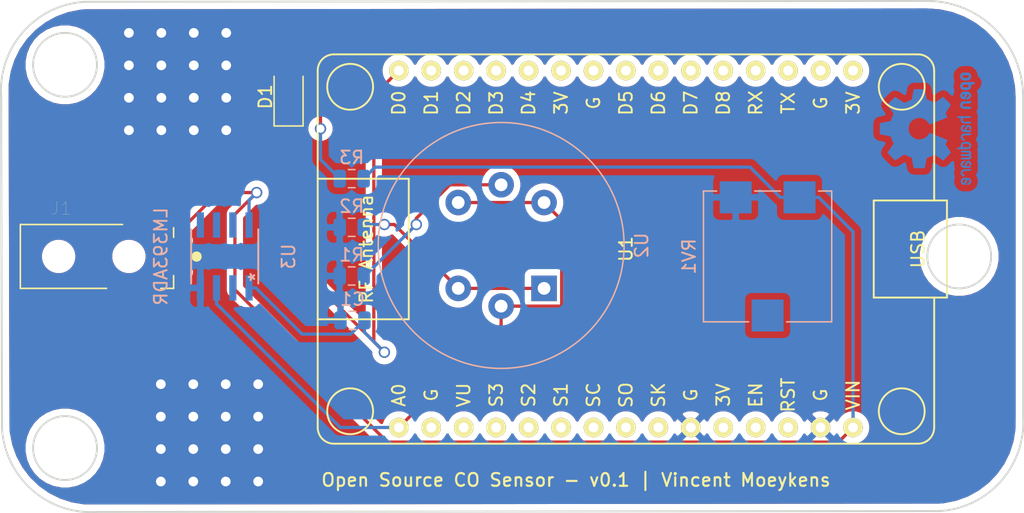
<source format=kicad_pcb>
(kicad_pcb (version 20171130) (host pcbnew 5.1.5-52549c5~86~ubuntu18.04.1)
  (title_block (title "STM32 Value Line Discovery - Shiled board") (rev 1.0))
  (layers (0 F.Cu signal) (31 B.Cu signal) (34 B.Paste user) (35 F.Paste user) (36 B.SilkS user) (37 F.SilkS user) (38 B.Mask user) (39 F.Mask user) (44 Edge.Cuts user))
  (net 0 "")
  (net 1 "Net-(U1-Pad29)")
  (net 2 "Net-(U1-Pad28)")
  (net 3 "Net-(U1-Pad27)")
  (net 4 "Net-(U1-Pad26)")
  (net 5 "Net-(U1-Pad25)")
  (net 6 "Net-(U1-Pad24)")
  (net 7 "Net-(U1-Pad23)")
  (net 8 "Net-(U1-Pad22)")
  (net 9 "Net-(U1-Pad21)")
  (net 10 "Net-(U1-Pad20)")
  (net 11 "Net-(U1-Pad19)")
  (net 12 "Net-(U1-Pad18)")
  (net 13 "Net-(U1-Pad17)")
  (net 14 "Net-(U1-Pad16)")
  (net 15 "Net-(U1-Pad13)")
  (net 16 "Net-(U1-Pad12)")
  (net 17 "Net-(U1-Pad11)")
  (net 18 "Net-(U1-Pad9)")
  (net 19 "Net-(U1-Pad8)")
  (net 20 "Net-(U1-Pad7)")
  (net 21 "Net-(U1-Pad6)")
  (net 22 "Net-(U1-Pad5)")
  (net 23 "Net-(U1-Pad4)")
  (net 24 "Net-(U1-Pad3)")
  (net 25 "Net-(U1-Pad2)")
  (net 26 VCC)
  (net 27 GND)
  (net 28 AOUT)
  (net 29 "Net-(R2-Pad1)")
  (net 30 "Net-(R1-Pad1)")
  (net 31 "Net-(RV1-Pad2)")
  (net 32 "Net-(D1-Pad2)")
  (net 33 COMPOUT)
  (net 34 "Net-(U3-Pad7)")
  (net 35 "Net-(U3-Pad6)")
  (net 36 "Net-(U3-Pad5)")
  (net 37 "Net-(J1-Pad3)")
  (module PJ1-022-SMT:CUI_PJ1-022-SMT-TR (layer F.Cu) (at 127.5 122.5)
    (fp_text reference J1 (at -2.807305 -3.768105) (layer F.SilkS) (effects (font (size 1.000827 1.000827) (thickness 0.015))))
    (fp_text value PJ1-022-SMT-TR)
    (pad None np_thru_hole circle (at -3 0) (size 1.6 1.6) (drill 1.6) (layers *.Cu *.Mask))
    (pad None np_thru_hole circle (at 2.5 0) (size 1.6 1.6) (drill 1.6) (layers *.Cu *.Mask))
    (pad 2 smd rect (at 3 3.65) (size 3.5 2.3) (layers F.Cu F.Paste F.Mask) (net 27 GND))
    (pad 3 smd rect (at 4 -3.65) (size 3.5 2.3) (layers F.Cu F.Paste F.Mask) (net 37 "Net-(J1-Pad3)"))
    (pad 1 smd rect (at 6 0) (size 2 2.5) (layers F.Cu F.Paste F.Mask) (net 26 VCC))
  )
  (module Symbol:OSHW-Logo2_9.8x8mm_Copper (layer B.Cu) (at 192.5 112.5 270)
    (fp_text reference REF** hide)
    (fp_text value OSHW-Logo2_9.8x8mm_Copper hide)
    (fp_poly (pts (xy 0.139878 3.712224) (xy 0.245612 3.711645) (xy 0.322132 3.710078) (xy 0.374372 3.707028) (xy 0.407263 3.702004) (xy 0.425737 3.694511) (xy 0.434727 3.684056) (xy 0.439163 3.670147) (xy 0.439594 3.668346) (xy 0.446333 3.635855) (xy 0.458808 3.571748) (xy 0.475719 3.482849) (xy 0.495771 3.375981) (xy 0.517664 3.257967) (xy 0.518429 3.253822) (xy 0.540359 3.138169) (xy 0.560877 3.035986) (xy 0.578659 2.953402) (xy 0.592381 2.896544) (xy 0.600718 2.871542) (xy 0.601116 2.871099) (xy 0.625677 2.85889) (xy 0.676315 2.838544) (xy 0.742095 2.814455) (xy 0.742461 2.814326) (xy 0.825317 2.783182) (xy 0.923 2.743509) (xy 1.015077 2.703619) (xy 1.019434 2.701647) (xy 1.169407 2.63358) (xy 1.501498 2.860361) (xy 1.603374 2.929496) (xy 1.695657 2.991303) (xy 1.773003 3.042267) (xy 1.830064 3.078873) (xy 1.861495 3.097606) (xy 1.864479 3.098996) (xy 1.887321 3.09281) (xy 1.929982 3.062965) (xy 1.994128 3.008053) (xy 2.081421 2.926666) (xy 2.170535 2.840078) (xy 2.256441 2.754753) (xy 2.333327 2.676892) (xy 2.396564 2.611303) (xy 2.441523 2.562795) (xy 2.463576 2.536175) (xy 2.464396 2.534805) (xy 2.466834 2.516537) (xy 2.45765 2.486705) (xy 2.434574 2.441279) (xy 2.395337 2.37623) (xy 2.33767 2.28753) (xy 2.260795 2.173343) (xy 2.19257 2.072838) (xy 2.131582 1.982697) (xy 2.081356 1.908151) (xy 2.045416 1.854435) (xy 2.027287 1.826782) (xy 2.026146 1.824905) (xy 2.028359 1.79841) (xy 2.045138 1.746914) (xy 2.073142 1.680149) (xy 2.083122 1.658828) (xy 2.126672 1.563841) (xy 2.173134 1.456063) (xy 2.210877 1.362808) (xy 2.238073 1.293594) (xy 2.259675 1.240994) (xy 2.272158 1.213503) (xy 2.273709 1.211384) (xy 2.296668 1.207876) (xy 2.350786 1.198262) (xy 2.428868 1.183911) (xy 2.523719 1.166193) (xy 2.628143 1.146475) (xy 2.734944 1.126126) (xy 2.836926 1.106514) (xy 2.926894 1.089009) (xy 2.997653 1.074978) (xy 3.042006 1.065791) (xy 3.052885 1.063193) (xy 3.064122 1.056782) (xy 3.072605 1.042303) (xy 3.078714 1.014867) (xy 3.082832 0.969589) (xy 3.085341 0.90158) (xy 3.086621 0.805953) (xy 3.087054 0.67782) (xy 3.087077 0.625299) (xy 3.087077 0.198155) (xy 2.9845 0.177909) (xy 2.927431 0.16693) (xy 2.842269 0.150905) (xy 2.739372 0.131767) (xy 2.629096 0.111449) (xy 2.598615 0.105868) (xy 2.496855 0.086083) (xy 2.408205 0.066627) (xy 2.340108 0.049303) (xy 2.300004 0.035912) (xy 2.293323 0.031921) (xy 2.276919 0.003658) (xy 2.253399 -0.051109) (xy 2.227316 -0.121588) (xy 2.222142 -0.136769) (xy 2.187956 -0.230896) (xy 2.145523 -0.337101) (xy 2.103997 -0.432473) (xy 2.103792 -0.432916) (xy 2.03464 -0.582525) (xy 2.489512 -1.251617) (xy 2.1975 -1.544116) (xy 2.10918 -1.63117) (xy 2.028625 -1.707909) (xy 1.96036 -1.770237) (xy 1.908908 -1.814056) (xy 1.878794 -1.83527) (xy 1.874474 -1.836616) (xy 1.849111 -1.826016) (xy 1.797358 -1.796547) (xy 1.724868 -1.751705) (xy 1.637294 -1.694984) (xy 1.542612 -1.631462) (xy 1.446516 -1.566668) (xy 1.360837 -1.510287) (xy 1.291016 -1.465788) (xy 1.242494 -1.436639) (xy 1.220782 -1.426308) (xy 1.194293 -1.43505) (xy 1.144062 -1.458087) (xy 1.080451 -1.490631) (xy 1.073708 -1.494249) (xy 0.988046 -1.53721) (xy 0.929306 -1.558279) (xy 0.892772 -1.558503) (xy 0.873731 -1.538928) (xy 0.87362 -1.538654) (xy 0.864102 -1.515472) (xy 0.841403 -1.460441) (xy 0.807282 -1.377822) (xy 0.7635 -1.271872) (xy 0.711816 -1.146852) (xy 0.653992 -1.00702) (xy 0.597991 -0.871637) (xy 0.536447 -0.722234) (xy 0.479939 -0.583832) (xy 0.430161 -0.460673) (xy 0.388806 -0.357002) (xy 0.357568 -0.277059) (xy 0.338141 -0.225088) (xy 0.332154 -0.205692) (xy 0.347168 -0.183443) (xy 0.386439 -0.147982) (xy 0.438807 -0.108887) (xy 0.587941 0.014755) (xy 0.704511 0.156478) (xy 0.787118 0.313296) (xy 0.834366 0.482225) (xy 0.844857 0.660278) (xy 0.837231 0.742461) (xy 0.795682 0.912969) (xy 0.724123 1.063541) (xy 0.626995 1.192691) (xy 0.508734 1.298936) (xy 0.37378 1.38079) (xy 0.226571 1.436768) (xy 0.071544 1.465385) (xy -0.086861 1.465156) (xy -0.244206 1.434595) (xy -0.396054 1.372218) (xy -0.537965 1.27654) (xy -0.597197 1.222428) (xy -0.710797 1.08348) (xy -0.789894 0.931639) (xy -0.835014 0.771333) (xy -0.846684 0.606988) (xy -0.825431 0.443029) (xy -0.77178 0.283882) (xy -0.68626 0.133975) (xy -0.569395 -0.002267) (xy -0.438807 -0.108887) (xy -0.384412 -0.149642) (xy -0.345986 -0.184718) (xy -0.332154 -0.205726) (xy -0.339397 -0.228635) (xy -0.359995 -0.283365) (xy -0.392254 -0.365672) (xy -0.434479 -0.471315) (xy -0.484977 -0.59605) (xy -0.542052 -0.735636) (xy -0.598146 -0.87167) (xy -0.660033 -1.021201) (xy -0.717356 -1.159767) (xy -0.768356 -1.283107) (xy -0.811273 -1.386964) (xy -0.844347 -1.46708) (xy -0.865819 -1.519195) (xy -0.873775 -1.538654) (xy -0.892571 -1.558423) (xy -0.928926 -1.558365) (xy -0.987521 -1.537441) (xy -1.073032 -1.494613) (xy -1.073708 -1.494249) (xy -1.138093 -1.461012) (xy -1.190139 -1.436802) (xy -1.219488 -1.426404) (xy -1.220783 -1.426308) (xy -1.242876 -1.436855) (xy -1.291652 -1.466184) (xy -1.361669 -1.510827) (xy -1.447486 -1.567314) (xy -1.542612 -1.631462) (xy -1.63946 -1.696411) (xy -1.726747 -1.752896) (xy -1.798819 -1.797421) (xy -1.850023 -1.82649) (xy -1.874474 -1.836616) (xy -1.89699 -1.823307) (xy -1.942258 -1.786112) (xy -2.005756 -1.729128) (xy -2.082961 -1.656449) (xy -2.169349 -1.572171) (xy -2.197601 -1.544016) (xy -2.489713 -1.251416) (xy -2.267369 -0.925104) (xy -2.199798 -0.824897) (xy -2.140493 -0.734963) (xy -2.092783 -0.66051) (xy -2.059993 -0.606751) (xy -2.045452 -0.578894) (xy -2.045026 -0.576912) (xy -2.052692 -0.550655) (xy -2.073311 -0.497837) (xy -2.103315 -0.42731) (xy -2.124375 -0.380093) (xy -2.163752 -0.289694) (xy -2.200835 -0.198366) (xy -2.229585 -0.1212) (xy -2.237395 -0.097692) (xy -2.259583 -0.034916) (xy -2.281273 0.013589) (xy -2.293187 0.031921) (xy -2.319477 0.043141) (xy -2.376858 0.059046) (xy -2.457882 0.077833) (xy -2.555105 0.097701) (xy -2.598615 0.105868) (xy -2.709104 0.126171) (xy -2.815084 0.14583) (xy -2.906199 0.162912) (xy -2.972092 0.175482) (xy -2.9845 0.177909) (xy -3.087077 0.198155) (xy -3.087077 0.625299) (xy -3.086847 0.765754) (xy -3.085901 0.872021) (xy -3.083859 0.948987) (xy -3.080338 1.00154) (xy -3.074957 1.034567) (xy -3.067334 1.052955) (xy -3.057088 1.061592) (xy -3.052885 1.063193) (xy -3.02753 1.068873) (xy -2.971516 1.080205) (xy -2.892036 1.095821) (xy -2.796288 1.114353) (xy -2.691467 1.134431) (xy -2.584768 1.154688) (xy -2.483387 1.173754) (xy -2.394521 1.190261) (xy -2.325363 1.202841) (xy -2.283111 1.210125) (xy -2.27371 1.211384) (xy -2.265193 1.228237) (xy -2.24634 1.27313) (xy -2.220676 1.33757) (xy -2.210877 1.362808) (xy -2.171352 1.460314) (xy -2.124808 1.568041) (xy -2.083123 1.658828) (xy -2.05245 1.728247) (xy -2.032044 1.78529) (xy -2.025232 1.820223) (xy -2.026318 1.824905) (xy -2.040715 1.847009) (xy -2.073588 1.896169) (xy -2.12141 1.967152) (xy -2.180652 2.054722) (xy -2.247785 2.153643) (xy -2.261059 2.17317) (xy -2.338954 2.28886) (xy -2.396213 2.376956) (xy -2.435119 2.441514) (xy -2.457956 2.486589) (xy -2.467006 2.516237) (xy -2.464552 2.534515) (xy -2.464489 2.534631) (xy -2.445173 2.558639) (xy -2.402449 2.605053) (xy -2.340949 2.669063) (xy -2.265302 2.745855) (xy -2.180139 2.830618) (xy -2.170535 2.840078) (xy -2.06321 2.944011) (xy -1.980385 3.020325) (xy -1.920395 3.070429) (xy -1.881577 3.09573) (xy -1.86448 3.098996) (xy -1.839527 3.08475) (xy -1.787745 3.051844) (xy -1.71448 3.003792) (xy -1.62508 2.94411) (xy -1.524889 2.876312) (xy -1.501499 2.860361) (xy -1.169407 2.63358) (xy -1.019435 2.701647) (xy -0.92823 2.741315) (xy -0.830331 2.781209) (xy -0.746169 2.813017) (xy -0.742462 2.814326) (xy -0.676631 2.838424) (xy -0.625884 2.8588) (xy -0.601158 2.871064) (xy -0.601116 2.871099) (xy -0.593271 2.893266) (xy -0.579934 2.947783) (xy -0.56243 3.02852) (xy -0.542083 3.12935) (xy -0.520218 3.244144) (xy -0.518429 3.253822) (xy -0.496496 3.372096) (xy -0.47636 3.479458) (xy -0.45932 3.569083) (xy -0.446672 3.634149) (xy -0.439716 3.667832) (xy -0.439594 3.668346) (xy -0.435361 3.682675) (xy -0.427129 3.693493) (xy -0.409967 3.701294) (xy -0.378942 3.706571) (xy -0.329122 3.709818) (xy -0.255576 3.711528) (xy -0.153371 3.712193) (xy -0.017575 3.712307) (xy 0 3.712308) (xy 0.139878 3.712224)) (layer B.Cu) (width 0.01))
    (fp_poly (pts (xy 4.245224 -2.647838) (xy 4.322528 -2.698361) (xy 4.359814 -2.74359) (xy 4.389353 -2.825663) (xy 4.391699 -2.890607) (xy 4.386385 -2.977445) (xy 4.186115 -3.065103) (xy 4.088739 -3.109887) (xy 4.025113 -3.145913) (xy 3.992029 -3.177117) (xy 3.98628 -3.207436) (xy 4.004658 -3.240805) (xy 4.024923 -3.262923) (xy 4.083889 -3.298393) (xy 4.148024 -3.300879) (xy 4.206926 -3.273235) (xy 4.250197 -3.21832) (xy 4.257936 -3.198928) (xy 4.295006 -3.138364) (xy 4.337654 -3.112552) (xy 4.396154 -3.090471) (xy 4.396154 -3.174184) (xy 4.390982 -3.23115) (xy 4.370723 -3.279189) (xy 4.328262 -3.334346) (xy 4.321951 -3.341514) (xy 4.27472 -3.390585) (xy 4.234121 -3.41692) (xy 4.183328 -3.429035) (xy 4.14122 -3.433003) (xy 4.065902 -3.433991) (xy 4.012286 -3.421466) (xy 3.978838 -3.402869) (xy 3.926268 -3.361975) (xy 3.889879 -3.317748) (xy 3.86685 -3.262126) (xy 3.854359 -3.187047) (xy 3.849587 -3.084449) (xy 3.849206 -3.032376) (xy 3.850501 -2.969948) (xy 3.968471 -2.969948) (xy 3.969839 -3.003438) (xy 3.973249 -3.008923) (xy 3.995753 -3.001472) (xy 4.044182 -2.981753) (xy 4.108908 -2.953718) (xy 4.122443 -2.947692) (xy 4.204244 -2.906096) (xy 4.249312 -2.869538) (xy 4.259217 -2.835296) (xy 4.235526 -2.800648) (xy 4.21596 -2.785339) (xy 4.14536 -2.754721) (xy 4.07928 -2.75978) (xy 4.023959 -2.797151) (xy 3.985636 -2.863473) (xy 3.973349 -2.916116) (xy 3.968471 -2.969948) (xy 3.850501 -2.969948) (xy 3.85173 -2.91072) (xy 3.861032 -2.82071) (xy 3.87946 -2.755167) (xy 3.90936 -2.706912) (xy 3.95308 -2.668767) (xy 3.972141 -2.65644) (xy 4.058726 -2.624336) (xy 4.153522 -2.622316) (xy 4.245224 -2.647838)) (layer B.Cu) (width 0.01))
    (fp_poly (pts (xy 3.570807 -2.636782) (xy 3.594161 -2.646988) (xy 3.649902 -2.691134) (xy 3.697569 -2.754967) (xy 3.727048 -2.823087) (xy 3.731846 -2.85667) (xy 3.71576 -2.903556) (xy 3.680475 -2.928365) (xy 3.642644 -2.943387) (xy 3.625321 -2.946155) (xy 3.616886 -2.926066) (xy 3.60023 -2.882351) (xy 3.592923 -2.862598) (xy 3.551948 -2.794271) (xy 3.492622 -2.760191) (xy 3.416552 -2.761239) (xy 3.410918 -2.762581) (xy 3.370305 -2.781836) (xy 3.340448 -2.819375) (xy 3.320055 -2.879809) (xy 3.307836 -2.967751) (xy 3.3025 -3.087813) (xy 3.302 -3.151698) (xy 3.301752 -3.252403) (xy 3.300126 -3.321054) (xy 3.295801 -3.364673) (xy 3.287454 -3.390282) (xy 3.273765 -3.404903) (xy 3.253411 -3.415558) (xy 3.252234 -3.416095) (xy 3.213038 -3.432667) (xy 3.193619 -3.438769) (xy 3.190635 -3.420319) (xy 3.188081 -3.369323) (xy 3.18614 -3.292308) (xy 3.184997 -3.195805) (xy 3.184769 -3.125184) (xy 3.185932 -2.988525) (xy 3.190479 -2.884851) (xy 3.199999 -2.808108) (xy 3.216081 -2.752246) (xy 3.240313 -2.711212) (xy 3.274286 -2.678954) (xy 3.307833 -2.65644) (xy 3.388499 -2.626476) (xy 3.482381 -2.619718) (xy 3.570807 -2.636782)) (layer B.Cu) (width 0.01))
    (fp_poly (pts (xy 2.887333 -2.633528) (xy 2.94359 -2.659117) (xy 2.987747 -2.690124) (xy 3.020101 -2.724795) (xy 3.042438 -2.76952) (xy 3.056546 -2.830692) (xy 3.064211 -2.914701) (xy 3.06722 -3.02794) (xy 3.067538 -3.102509) (xy 3.067538 -3.39342) (xy 3.017773 -3.416095) (xy 2.978576 -3.432667) (xy 2.959157 -3.438769) (xy 2.955442 -3.42061) (xy 2.952495 -3.371648) (xy 2.950691 -3.300153) (xy 2.950308 -3.243385) (xy 2.948661 -3.161371) (xy 2.944222 -3.096309) (xy 2.93774 -3.056467) (xy 2.93259 -3.048) (xy 2.897977 -3.056646) (xy 2.84364 -3.078823) (xy 2.780722 -3.108886) (xy 2.720368 -3.141192) (xy 2.673721 -3.170098) (xy 2.651926 -3.189961) (xy 2.651839 -3.190175) (xy 2.653714 -3.226935) (xy 2.670525 -3.262026) (xy 2.700039 -3.290528) (xy 2.743116 -3.300061) (xy 2.779932 -3.29895) (xy 2.832074 -3.298133) (xy 2.859444 -3.310349) (xy 2.875882 -3.342624) (xy 2.877955 -3.34871) (xy 2.885081 -3.394739) (xy 2.866024 -3.422687) (xy 2.816353 -3.436007) (xy 2.762697 -3.43847) (xy 2.666142 -3.42021) (xy 2.616159 -3.394131) (xy 2.554429 -3.332868) (xy 2.52169 -3.25767) (xy 2.518753 -3.178211) (xy 2.546424 -3.104167) (xy 2.588047 -3.057769) (xy 2.629604 -3.031793) (xy 2.694922 -2.998907) (xy 2.771038 -2.965557) (xy 2.783726 -2.960461) (xy 2.867333 -2.923565) (xy 2.91553 -2.891046) (xy 2.93103 -2.858718) (xy 2.91655 -2.822394) (xy 2.891692 -2.794) (xy 2.832939 -2.759039) (xy 2.768293 -2.756417) (xy 2.709008 -2.783358) (xy 2.666339 -2.837088) (xy 2.660739 -2.85095) (xy 2.628133 -2.901936) (xy 2.58053 -2.939787) (xy 2.520461 -2.97085) (xy 2.520461 -2.882768) (xy 2.523997 -2.828951) (xy 2.539156 -2.786534) (xy 2.572768 -2.741279) (xy 2.605035 -2.70642) (xy 2.655209 -2.657062) (xy 2.694193 -2.630547) (xy 2.736064 -2.619911) (xy 2.78346 -2.618154) (xy 2.887333 -2.633528)) (layer B.Cu) (width 0.01))
    (fp_poly (pts (xy 2.395929 -2.636662) (xy 2.398911 -2.688068) (xy 2.401247 -2.766192) (xy 2.402749 -2.864857) (xy 2.403231 -2.968343) (xy 2.403231 -3.318533) (xy 2.341401 -3.380363) (xy 2.298793 -3.418462) (xy 2.26139 -3.433895) (xy 2.21027 -3.432918) (xy 2.189978 -3.430433) (xy 2.126554 -3.4232) (xy 2.074095 -3.419055) (xy 2.061308 -3.418672) (xy 2.018199 -3.421176) (xy 1.956544 -3.427462) (xy 1.932638 -3.430433) (xy 1.873922 -3.435028) (xy 1.834464 -3.425046) (xy 1.795338 -3.394228) (xy 1.781215 -3.380363) (xy 1.719385 -3.318533) (xy 1.719385 -2.663503) (xy 1.76915 -2.640829) (xy 1.812002 -2.624034) (xy 1.837073 -2.618154) (xy 1.843501 -2.636736) (xy 1.849509 -2.688655) (xy 1.854697 -2.768172) (xy 1.858664 -2.869546) (xy 1.860577 -2.955192) (xy 1.865923 -3.292231) (xy 1.91256 -3.298825) (xy 1.954976 -3.294214) (xy 1.97576 -3.279287) (xy 1.98157 -3.251377) (xy 1.98653 -3.191925) (xy 1.990246 -3.108466) (xy 1.992324 -3.008532) (xy 1.992624 -2.957104) (xy 1.992923 -2.661054) (xy 2.054454 -2.639604) (xy 2.098004 -2.62502) (xy 2.121694 -2.618219) (xy 2.122377 -2.618154) (xy 2.124754 -2.636642) (xy 2.127366 -2.687906) (xy 2.129995 -2.765649) (xy 2.132421 -2.863574) (xy 2.134115 -2.955192) (xy 2.139461 -3.292231) (xy 2.256692 -3.292231) (xy 2.262072 -2.984746) (xy 2.267451 -2.677261) (xy 2.324601 -2.647707) (xy 2.366797 -2.627413) (xy 2.39177 -2.618204) (xy 2.392491 -2.618154) (xy 2.395929 -2.636662)) (layer B.Cu) (width 0.01))
    (fp_poly (pts (xy 1.602081 -2.780289) (xy 1.601833 -2.92632) (xy 1.600872 -3.038655) (xy 1.598794 -3.122678) (xy 1.595193 -3.183769) (xy 1.589665 -3.227309) (xy 1.581804 -3.258679) (xy 1.571207 -3.283262) (xy 1.563182 -3.297294) (xy 1.496728 -3.373388) (xy 1.41247 -3.421084) (xy 1.319249 -3.438199) (xy 1.2259 -3.422546) (xy 1.170312 -3.394418) (xy 1.111957 -3.34576) (xy 1.072186 -3.286333) (xy 1.04819 -3.208507) (xy 1.037161 -3.104652) (xy 1.035599 -3.028462) (xy 1.035809 -3.022986) (xy 1.172308 -3.022986) (xy 1.173141 -3.110355) (xy 1.176961 -3.168192) (xy 1.185746 -3.206029) (xy 1.201474 -3.233398) (xy 1.220266 -3.254042) (xy 1.283375 -3.29389) (xy 1.351137 -3.297295) (xy 1.415179 -3.264025) (xy 1.420164 -3.259517) (xy 1.441439 -3.236067) (xy 1.454779 -3.208166) (xy 1.462001 -3.166641) (xy 1.464923 -3.102316) (xy 1.465385 -3.0312) (xy 1.464383 -2.941858) (xy 1.460238 -2.882258) (xy 1.451236 -2.843089) (xy 1.435667 -2.81504) (xy 1.422902 -2.800144) (xy 1.3636 -2.762575) (xy 1.295301 -2.758057) (xy 1.23011 -2.786753) (xy 1.217528 -2.797406) (xy 1.196111 -2.821063) (xy 1.182744 -2.849251) (xy 1.175566 -2.891245) (xy 1.172719 -2.956319) (xy 1.172308 -3.022986) (xy 1.035809 -3.022986) (xy 1.040322 -2.905765) (xy 1.056362 -2.813577) (xy 1.086528 -2.744269) (xy 1.133629 -2.690211) (xy 1.170312 -2.662505) (xy 1.23699 -2.632572) (xy 1.314272 -2.618678) (xy 1.38611 -2.622397) (xy 1.426308 -2.6374) (xy 1.442082 -2.64167) (xy 1.45255 -2.62575) (xy 1.459856 -2.583089) (xy 1.465385 -2.518106) (xy 1.471437 -2.445732) (xy 1.479844 -2.402187) (xy 1.495141 -2.377287) (xy 1.521864 -2.360845) (xy 1.538654 -2.353564) (xy 1.602154 -2.326963) (xy 1.602081 -2.780289)) (layer B.Cu) (width 0.01))
    (fp_poly (pts (xy 0.713362 -2.62467) (xy 0.802117 -2.657421) (xy 0.874022 -2.71535) (xy 0.902144 -2.756128) (xy 0.932802 -2.830954) (xy 0.932165 -2.885058) (xy 0.899987 -2.921446) (xy 0.888081 -2.927633) (xy 0.836675 -2.946925) (xy 0.810422 -2.941982) (xy 0.80153 -2.909587) (xy 0.801077 -2.891692) (xy 0.784797 -2.825859) (xy 0.742365 -2.779807) (xy 0.683388 -2.757564) (xy 0.617475 -2.763161) (xy 0.563895 -2.792229) (xy 0.545798 -2.80881) (xy 0.532971 -2.828925) (xy 0.524306 -2.859332) (xy 0.518696 -2.906788) (xy 0.515035 -2.97805) (xy 0.512215 -3.079875) (xy 0.511484 -3.112115) (xy 0.50882 -3.22241) (xy 0.505792 -3.300036) (xy 0.50125 -3.351396) (xy 0.494046 -3.38289) (xy 0.483033 -3.40092) (xy 0.46706 -3.411888) (xy 0.456834 -3.416733) (xy 0.413406 -3.433301) (xy 0.387842 -3.438769) (xy 0.379395 -3.420507) (xy 0.374239 -3.365296) (xy 0.372346 -3.272499) (xy 0.373689 -3.141478) (xy 0.374107 -3.121269) (xy 0.377058 -3.001733) (xy 0.380548 -2.914449) (xy 0.385514 -2.852591) (xy 0.392893 -2.809336) (xy 0.403624 -2.77786) (xy 0.418645 -2.751339) (xy 0.426502 -2.739975) (xy 0.471553 -2.689692) (xy 0.52194 -2.650581) (xy 0.528108 -2.647167) (xy 0.618458 -2.620212) (xy 0.713362 -2.62467)) (layer B.Cu) (width 0.01))
    (fp_poly (pts (xy 0.053501 -2.626303) (xy 0.13006 -2.654733) (xy 0.130936 -2.655279) (xy 0.178285 -2.690127) (xy 0.213241 -2.730852) (xy 0.237825 -2.783925) (xy 0.254062 -2.855814) (xy 0.263975 -2.952992) (xy 0.269586 -3.081928) (xy 0.270077 -3.100298) (xy 0.277141 -3.377287) (xy 0.217695 -3.408028) (xy 0.174681 -3.428802) (xy 0.14871 -3.438646) (xy 0.147509 -3.438769) (xy 0.143014 -3.420606) (xy 0.139444 -3.371612) (xy 0.137248 -3.300031) (xy 0.136769 -3.242068) (xy 0.136758 -3.14817) (xy 0.132466 -3.089203) (xy 0.117503 -3.061079) (xy 0.085482 -3.059706) (xy 0.030014 -3.080998) (xy -0.053731 -3.120136) (xy -0.115311 -3.152643) (xy -0.146983 -3.180845) (xy -0.156294 -3.211582) (xy -0.156308 -3.213104) (xy -0.140943 -3.266054) (xy -0.095453 -3.29466) (xy -0.025834 -3.298803) (xy 0.024313 -3.298084) (xy 0.050754 -3.312527) (xy 0.067243 -3.347218) (xy 0.076733 -3.391416) (xy 0.063057 -3.416493) (xy 0.057907 -3.420082) (xy 0.009425 -3.434496) (xy -0.058469 -3.436537) (xy -0.128388 -3.426983) (xy -0.177932 -3.409522) (xy -0.24643 -3.351364) (xy -0.285366 -3.270408) (xy -0.293077 -3.20716) (xy -0.287193 -3.150111) (xy -0.265899 -3.103542) (xy -0.223735 -3.062181) (xy -0.155241 -3.020755) (xy -0.054956 -2.973993) (xy -0.048846 -2.97135) (xy 0.04149 -2.929617) (xy 0.097235 -2.895391) (xy 0.121129 -2.864635) (xy 0.115913 -2.833311) (xy 0.084328 -2.797383) (xy 0.074883 -2.789116) (xy 0.011617 -2.757058) (xy -0.053936 -2.758407) (xy -0.111028 -2.789838) (xy -0.148907 -2.848024) (xy -0.152426 -2.859446) (xy -0.1867 -2.914837) (xy -0.230191 -2.941518) (xy -0.293077 -2.96796) (xy -0.293077 -2.899548) (xy -0.273948 -2.80011) (xy -0.217169 -2.708902) (xy -0.187622 -2.678389) (xy -0.120458 -2.639228) (xy -0.035044 -2.6215) (xy 0.053501 -2.626303)) (layer B.Cu) (width 0.01))
    (fp_poly (pts (xy -0.840154 -2.49212) (xy -0.834428 -2.57198) (xy -0.827851 -2.619039) (xy -0.818738 -2.639566) (xy -0.805402 -2.639829) (xy -0.801077 -2.637378) (xy -0.743556 -2.619636) (xy -0.668732 -2.620672) (xy -0.592661 -2.63891) (xy -0.545082 -2.662505) (xy -0.496298 -2.700198) (xy -0.460636 -2.742855) (xy -0.436155 -2.797057) (xy -0.420913 -2.869384) (xy -0.41297 -2.966419) (xy -0.410384 -3.094742) (xy -0.410338 -3.119358) (xy -0.410308 -3.39587) (xy -0.471839 -3.41732) (xy -0.515541 -3.431912) (xy -0.539518 -3.438706) (xy -0.540223 -3.438769) (xy -0.542585 -3.420345) (xy -0.544594 -3.369526) (xy -0.546099 -3.292993) (xy -0.546947 -3.19743) (xy -0.547077 -3.139329) (xy -0.547349 -3.024771) (xy -0.548748 -2.942667) (xy -0.552151 -2.886393) (xy -0.558433 -2.849326) (xy -0.568471 -2.824844) (xy -0.583139 -2.806325) (xy -0.592298 -2.797406) (xy -0.655211 -2.761466) (xy -0.723864 -2.758775) (xy -0.786152 -2.78917) (xy -0.797671 -2.800144) (xy -0.814567 -2.820779) (xy -0.826286 -2.845256) (xy -0.833767 -2.880647) (xy -0.837946 -2.934026) (xy -0.839763 -3.012466) (xy -0.840154 -3.120617) (xy -0.840154 -3.39587) (xy -0.901685 -3.41732) (xy -0.945387 -3.431912) (xy -0.969364 -3.438706) (xy -0.97007 -3.438769) (xy -0.971874 -3.420069) (xy -0.9735 -3.367322) (xy -0.974883 -3.285557) (xy -0.975958 -3.179805) (xy -0.97666 -3.055094) (xy -0.976923 -2.916455) (xy -0.976923 -2.381806) (xy -0.849923 -2.328236) (xy -0.840154 -2.49212)) (layer B.Cu) (width 0.01))
    (fp_poly (pts (xy -2.465746 -2.599745) (xy -2.388714 -2.651567) (xy -2.329184 -2.726412) (xy -2.293622 -2.821654) (xy -2.286429 -2.891756) (xy -2.287246 -2.921009) (xy -2.294086 -2.943407) (xy -2.312888 -2.963474) (xy -2.349592 -2.985733) (xy -2.410138 -3.014709) (xy -2.500466 -3.054927) (xy -2.500923 -3.055129) (xy -2.584067 -3.09321) (xy -2.652247 -3.127025) (xy -2.698495 -3.152933) (xy -2.715842 -3.167295) (xy -2.715846 -3.167411) (xy -2.700557 -3.198685) (xy -2.664804 -3.233157) (xy -2.623758 -3.25799) (xy -2.602963 -3.262923) (xy -2.54623 -3.245862) (xy -2.497373 -3.203133) (xy -2.473535 -3.156155) (xy -2.450603 -3.121522) (xy -2.405682 -3.082081) (xy -2.352877 -3.048009) (xy -2.30629 -3.02948) (xy -2.296548 -3.028462) (xy -2.285582 -3.045215) (xy -2.284921 -3.088039) (xy -2.29298 -3.145781) (xy -2.308173 -3.207289) (xy -2.328914 -3.261409) (xy -2.329962 -3.26351) (xy -2.392379 -3.35066) (xy -2.473274 -3.409939) (xy -2.565144 -3.439034) (xy -2.660487 -3.435634) (xy -2.751802 -3.397428) (xy -2.755862 -3.394741) (xy -2.827694 -3.329642) (xy -2.874927 -3.244705) (xy -2.901066 -3.133021) (xy -2.904574 -3.101643) (xy -2.910787 -2.953536) (xy -2.903339 -2.884468) (xy -2.715846 -2.884468) (xy -2.71341 -2.927552) (xy -2.700086 -2.940126) (xy -2.666868 -2.930719) (xy -2.614506 -2.908483) (xy -2.555976 -2.88061) (xy -2.554521 -2.879872) (xy -2.504911 -2.853777) (xy -2.485 -2.836363) (xy -2.48991 -2.818107) (xy -2.510584 -2.79412) (xy -2.563181 -2.759406) (xy -2.619823 -2.756856) (xy -2.670631 -2.782119) (xy -2.705724 -2.830847) (xy -2.715846 -2.884468) (xy -2.903339 -2.884468) (xy -2.898008 -2.835036) (xy -2.865222 -2.741055) (xy -2.819579 -2.675215) (xy -2.737198 -2.608681) (xy -2.646454 -2.575676) (xy -2.553815 -2.573573) (xy -2.465746 -2.599745)) (layer B.Cu) (width 0.01))
    (fp_poly (pts (xy -3.983114 -2.587256) (xy -3.891536 -2.635409) (xy -3.823951 -2.712905) (xy -3.799943 -2.762727) (xy -3.781262 -2.837533) (xy -3.771699 -2.932052) (xy -3.770792 -3.03521) (xy -3.778079 -3.135935) (xy -3.793097 -3.223153) (xy -3.815385 -3.285791) (xy -3.822235 -3.296579) (xy -3.903368 -3.377105) (xy -3.999734 -3.425336) (xy -4.104299 -3.43945) (xy -4.210032 -3.417629) (xy -4.239457 -3.404547) (xy -4.296759 -3.364231) (xy -4.34705 -3.310775) (xy -4.351803 -3.303995) (xy -4.371122 -3.271321) (xy -4.383892 -3.236394) (xy -4.391436 -3.190414) (xy -4.395076 -3.124584) (xy -4.396135 -3.030105) (xy -4.396154 -3.008923) (xy -4.396106 -3.002182) (xy -4.200769 -3.002182) (xy -4.199632 -3.091349) (xy -4.195159 -3.15052) (xy -4.185754 -3.188741) (xy -4.169824 -3.215053) (xy -4.161692 -3.223846) (xy -4.114942 -3.257261) (xy -4.069553 -3.255737) (xy -4.02366 -3.226752) (xy -3.996288 -3.195809) (xy -3.980077 -3.150643) (xy -3.970974 -3.07942) (xy -3.970349 -3.071114) (xy -3.968796 -2.942037) (xy -3.985035 -2.846172) (xy -4.018848 -2.784107) (xy -4.070016 -2.756432) (xy -4.08828 -2.754923) (xy -4.13624 -2.762513) (xy -4.169047 -2.788808) (xy -4.189105 -2.839095) (xy -4.198822 -2.918664) (xy -4.200769 -3.002182) (xy -4.396106 -3.002182) (xy -4.395426 -2.908249) (xy -4.392371 -2.837906) (xy -4.385678 -2.789163) (xy -4.37404 -2.753288) (xy -4.356147 -2.721548) (xy -4.352192 -2.715648) (xy -4.285733 -2.636104) (xy -4.213315 -2.589929) (xy -4.125151 -2.571599) (xy -4.095213 -2.570703) (xy -3.983114 -2.587256)) (layer B.Cu) (width 0.01))
    (fp_poly (pts (xy -1.728336 -2.595089) (xy -1.665633 -2.631358) (xy -1.622039 -2.667358) (xy -1.590155 -2.705075) (xy -1.56819 -2.751199) (xy -1.554351 -2.812421) (xy -1.546847 -2.895431) (xy -1.543883 -3.006919) (xy -1.543539 -3.087062) (xy -1.543539 -3.382065) (xy -1.709615 -3.456515) (xy -1.719385 -3.133402) (xy -1.723421 -3.012729) (xy -1.727656 -2.925141) (xy -1.732903 -2.86465) (xy -1.739975 -2.825268) (xy -1.749689 -2.801007) (xy -1.762856 -2.78588) (xy -1.767081 -2.782606) (xy -1.831091 -2.757034) (xy -1.895792 -2.767153) (xy -1.934308 -2.794) (xy -1.949975 -2.813024) (xy -1.96082 -2.837988) (xy -1.967712 -2.875834) (xy -1.971521 -2.933502) (xy -1.973117 -3.017935) (xy -1.973385 -3.105928) (xy -1.973437 -3.216323) (xy -1.975328 -3.294463) (xy -1.981655 -3.347165) (xy -1.995017 -3.381242) (xy -2.018015 -3.403511) (xy -2.053246 -3.420787) (xy -2.100303 -3.438738) (xy -2.151697 -3.458278) (xy -2.145579 -3.111485) (xy -2.143116 -2.986468) (xy -2.140233 -2.894082) (xy -2.136102 -2.827881) (xy -2.129893 -2.78142) (xy -2.120774 -2.748256) (xy -2.107917 -2.721944) (xy -2.092416 -2.698729) (xy -2.017629 -2.624569) (xy -1.926372 -2.581684) (xy -1.827117 -2.571412) (xy -1.728336 -2.595089)) (layer B.Cu) (width 0.01))
    (fp_poly (pts (xy -3.231114 -2.584505) (xy -3.156461 -2.621727) (xy -3.090569 -2.690261) (xy -3.072423 -2.715648) (xy -3.052655 -2.748866) (xy -3.039828 -2.784945) (xy -3.03249 -2.833098) (xy -3.029187 -2.902536) (xy -3.028462 -2.994206) (xy -3.031737 -3.11983) (xy -3.043123 -3.214154) (xy -3.064959 -3.284523) (xy -3.099581 -3.338286) (xy -3.14933 -3.382788) (xy -3.152986 -3.385423) (xy -3.202015 -3.412377) (xy -3.261055 -3.425712) (xy -3.336141 -3.429) (xy -3.458205 -3.429) (xy -3.458256 -3.547497) (xy -3.459392 -3.613492) (xy -3.466314 -3.652202) (xy -3.484402 -3.675419) (xy -3.519038 -3.694933) (xy -3.527355 -3.69892) (xy -3.56628 -3.717603) (xy -3.596417 -3.729403) (xy -3.618826 -3.730422) (xy -3.634567 -3.716761) (xy -3.644698 -3.684522) (xy -3.650277 -3.629804) (xy -3.652365 -3.548711) (xy -3.652019 -3.437344) (xy -3.6503 -3.291802) (xy -3.649763 -3.248269) (xy -3.647828 -3.098205) (xy -3.646096 -3.000042) (xy -3.458308 -3.000042) (xy -3.457252 -3.083364) (xy -3.452562 -3.13788) (xy -3.441949 -3.173837) (xy -3.423128 -3.201482) (xy -3.41035 -3.214965) (xy -3.35811 -3.254417) (xy -3.311858 -3.257628) (xy -3.264133 -3.225049) (xy -3.262923 -3.223846) (xy -3.243506 -3.198668) (xy -3.231693 -3.164447) (xy -3.225735 -3.111748) (xy -3.22388 -3.031131) (xy -3.223846 -3.013271) (xy -3.22833 -2.902175) (xy -3.242926 -2.825161) (xy -3.26935 -2.778147) (xy -3.309317 -2.75705) (xy -3.332416 -2.754923) (xy -3.387238 -2.7649) (xy -3.424842 -2.797752) (xy -3.447477 -2.857857) (xy -3.457394 -2.949598) (xy -3.458308 -3.000042) (xy -3.646096 -3.000042) (xy -3.645778 -2.98206) (xy -3.643127 -2.894679) (xy -3.639394 -2.830905) (xy -3.634093 -2.785582) (xy -3.626742 -2.753555) (xy -3.616857 -2.729668) (xy -3.603954 -2.708764) (xy -3.598421 -2.700898) (xy -3.525031 -2.626595) (xy -3.43224 -2.584467) (xy -3.324904 -2.572722) (xy -3.231114 -2.584505)) (layer B.Cu) (width 0.01))
  )
  (module LM393AR:LM393ADR (layer B.Cu) (at 137.5 122.5 90)
    (fp_text reference U3 (at 0 5 90) (layer B.SilkS) (effects (justify mirror)))
    (fp_text value LM393ADR (at 0 -5 90) (layer B.SilkS) (effects (justify mirror)))
    (fp_text user * (at -1.6129 2.4257 90) (layer B.SilkS) (effects (justify mirror)))
    (fp_text user * (at -1.6129 2.4257 90) (layer B.SilkS) (effects (justify mirror)))
    (pad 8 smd rect (at 2.4638 1.905 90) (size 1.9812 0.5588) (layers B.Cu B.Paste B.Mask) (net 26 VCC))
    (pad 7 smd rect (at 2.4638 0.635 90) (size 1.9812 0.5588) (layers B.Cu B.Paste B.Mask) (net 34 "Net-(U3-Pad7)"))
    (pad 6 smd rect (at 2.4638 -0.635 90) (size 1.9812 0.5588) (layers B.Cu B.Paste B.Mask) (net 35 "Net-(U3-Pad6)"))
    (pad 5 smd rect (at 2.4638 -1.905 90) (size 1.9812 0.5588) (layers B.Cu B.Paste B.Mask) (net 36 "Net-(U3-Pad5)"))
    (pad 4 smd rect (at -2.4638 -1.905 90) (size 1.9812 0.5588) (layers B.Cu B.Paste B.Mask) (net 27 GND))
    (pad 3 smd rect (at -2.4638 -0.635 90) (size 1.9812 0.5588) (layers B.Cu B.Paste B.Mask) (net 28 AOUT))
    (pad 2 smd rect (at -2.4638 0.635 90) (size 1.9812 0.5588) (layers B.Cu B.Paste B.Mask) (net 31 "Net-(RV1-Pad2)"))
    (pad 1 smd rect (at -2.4638 1.905 90) (size 1.9812 0.5588) (layers B.Cu B.Paste B.Mask) (net 33 COMPOUT))
  )
  (module VIA-0.6mm (layer F.Cu) (at 132.54 110.08)
    (fp_text reference REF** hide)
    (fp_text value VIA-0.6mm hide)
    (pad 1 thru_hole circle (at 0 0) (size 1.524 1.524) (drill 0.762) (layers *.Cu) (net 27 GND))
  )
  (module VIA-0.6mm (layer F.Cu) (at 135.08 112.62)
    (fp_text reference REF** hide)
    (fp_text value VIA-0.6mm hide)
    (pad 1 thru_hole circle (at 0 0) (size 1.524 1.524) (drill 0.762) (layers *.Cu) (net 27 GND))
  )
  (module VIA-0.6mm (layer F.Cu) (at 137.62 105)
    (fp_text reference REF** hide)
    (fp_text value VIA-0.6mm hide)
    (pad 1 thru_hole circle (at 0 0) (size 1.524 1.524) (drill 0.762) (layers *.Cu) (net 27 GND))
  )
  (module VIA-0.6mm (layer F.Cu) (at 137.62 110.08)
    (fp_text reference REF** hide)
    (fp_text value VIA-0.6mm hide)
    (pad 1 thru_hole circle (at 0 0) (size 1.524 1.524) (drill 0.762) (layers *.Cu) (net 27 GND))
  )
  (module VIA-0.6mm (layer F.Cu) (at 130 107.54)
    (fp_text reference REF** hide)
    (fp_text value VIA-0.6mm hide)
    (pad 1 thru_hole circle (at 0 0) (size 1.524 1.524) (drill 0.762) (layers *.Cu) (net 27 GND))
  )
  (module VIA-0.6mm (layer F.Cu) (at 130 105)
    (fp_text reference REF** hide)
    (fp_text value VIA-0.6mm hide)
    (pad 1 thru_hole circle (at 0 0) (size 1.524 1.524) (drill 0.762) (layers *.Cu) (net 27 GND))
  )
  (module VIA-0.6mm (layer F.Cu) (at 137.62 112.62)
    (fp_text reference REF** hide)
    (fp_text value VIA-0.6mm hide)
    (pad 1 thru_hole circle (at 0 0) (size 1.524 1.524) (drill 0.762) (layers *.Cu) (net 27 GND))
  )
  (module VIA-0.6mm (layer F.Cu) (at 132.54 107.54)
    (fp_text reference REF** hide)
    (fp_text value VIA-0.6mm hide)
    (pad 1 thru_hole circle (at 0 0) (size 1.524 1.524) (drill 0.762) (layers *.Cu) (net 27 GND))
  )
  (module VIA-0.6mm (layer F.Cu) (at 135.08 107.54)
    (fp_text reference REF** hide)
    (fp_text value VIA-0.6mm hide)
    (pad 1 thru_hole circle (at 0 0) (size 1.524 1.524) (drill 0.762) (layers *.Cu) (net 27 GND))
  )
  (module VIA-0.6mm (layer F.Cu) (at 132.54 112.62)
    (fp_text reference REF** hide)
    (fp_text value VIA-0.6mm hide)
    (pad 1 thru_hole circle (at 0 0) (size 1.524 1.524) (drill 0.762) (layers *.Cu) (net 27 GND))
  )
  (module VIA-0.6mm (layer F.Cu) (at 135.08 110.08)
    (fp_text reference REF** hide)
    (fp_text value VIA-0.6mm hide)
    (pad 1 thru_hole circle (at 0 0) (size 1.524 1.524) (drill 0.762) (layers *.Cu) (net 27 GND))
  )
  (module VIA-0.6mm (layer F.Cu) (at 135.08 105)
    (fp_text reference REF** hide)
    (fp_text value VIA-0.6mm hide)
    (pad 1 thru_hole circle (at 0 0) (size 1.524 1.524) (drill 0.762) (layers *.Cu) (net 27 GND))
  )
  (module VIA-0.6mm (layer F.Cu) (at 137.62 107.54)
    (fp_text reference REF** hide)
    (fp_text value VIA-0.6mm hide)
    (pad 1 thru_hole circle (at 0 0) (size 1.524 1.524) (drill 0.762) (layers *.Cu) (net 27 GND))
  )
  (module VIA-0.6mm (layer F.Cu) (at 130 112.62)
    (fp_text reference REF** hide)
    (fp_text value VIA-0.6mm hide)
    (pad 1 thru_hole circle (at 0 0) (size 1.524 1.524) (drill 0.762) (layers *.Cu) (net 27 GND))
  )
  (module VIA-0.6mm (layer F.Cu) (at 132.54 105)
    (fp_text reference REF** hide)
    (fp_text value VIA-0.6mm hide)
    (pad 1 thru_hole circle (at 0 0) (size 1.524 1.524) (drill 0.762) (layers *.Cu) (net 27 GND))
  )
  (module VIA-0.6mm (layer F.Cu) (at 130 110.08)
    (fp_text reference REF** hide)
    (fp_text value VIA-0.6mm hide)
    (pad 1 thru_hole circle (at 0 0) (size 1.524 1.524) (drill 0.762) (layers *.Cu) (net 27 GND))
  )
  (module VIA-0.6mm (layer F.Cu) (at 140.12 140.12)
    (fp_text reference REF** hide)
    (fp_text value VIA-0.6mm hide)
    (pad 1 thru_hole circle (at 0 0) (size 1.524 1.524) (drill 0.762) (layers *.Cu) (net 27 GND))
  )
  (module VIA-0.6mm (layer F.Cu) (at 137.58 140.12)
    (fp_text reference REF** hide)
    (fp_text value VIA-0.6mm hide)
    (pad 1 thru_hole circle (at 0 0) (size 1.524 1.524) (drill 0.762) (layers *.Cu) (net 27 GND))
  )
  (module VIA-0.6mm (layer F.Cu) (at 135.04 140.12)
    (fp_text reference REF** hide)
    (fp_text value VIA-0.6mm hide)
    (pad 1 thru_hole circle (at 0 0) (size 1.524 1.524) (drill 0.762) (layers *.Cu) (net 27 GND))
  )
  (module VIA-0.6mm (layer F.Cu) (at 132.5 140.12)
    (fp_text reference REF** hide)
    (fp_text value VIA-0.6mm hide)
    (pad 1 thru_hole circle (at 0 0) (size 1.524 1.524) (drill 0.762) (layers *.Cu) (net 27 GND))
  )
  (module VIA-0.6mm (layer F.Cu) (at 140.12 137.58)
    (fp_text reference REF** hide)
    (fp_text value VIA-0.6mm hide)
    (pad 1 thru_hole circle (at 0 0) (size 1.524 1.524) (drill 0.762) (layers *.Cu) (net 27 GND))
  )
  (module VIA-0.6mm (layer F.Cu) (at 137.58 137.58)
    (fp_text reference REF** hide)
    (fp_text value VIA-0.6mm hide)
    (pad 1 thru_hole circle (at 0 0) (size 1.524 1.524) (drill 0.762) (layers *.Cu) (net 27 GND))
  )
  (module VIA-0.6mm (layer F.Cu) (at 135.04 137.58)
    (fp_text reference REF** hide)
    (fp_text value VIA-0.6mm hide)
    (pad 1 thru_hole circle (at 0 0) (size 1.524 1.524) (drill 0.762) (layers *.Cu) (net 27 GND))
  )
  (module VIA-0.6mm (layer F.Cu) (at 132.5 137.58)
    (fp_text reference REF** hide)
    (fp_text value VIA-0.6mm hide)
    (pad 1 thru_hole circle (at 0 0) (size 1.524 1.524) (drill 0.762) (layers *.Cu) (net 27 GND))
  )
  (module VIA-0.6mm (layer F.Cu) (at 140.12 135.04)
    (fp_text reference REF** hide)
    (fp_text value VIA-0.6mm hide)
    (pad 1 thru_hole circle (at 0 0) (size 1.524 1.524) (drill 0.762) (layers *.Cu) (net 27 GND))
  )
  (module VIA-0.6mm (layer F.Cu) (at 137.58 135.04)
    (fp_text reference REF** hide)
    (fp_text value VIA-0.6mm hide)
    (pad 1 thru_hole circle (at 0 0) (size 1.524 1.524) (drill 0.762) (layers *.Cu) (net 27 GND))
  )
  (module VIA-0.6mm (layer F.Cu) (at 135.04 135.04)
    (fp_text reference REF** hide)
    (fp_text value VIA-0.6mm hide)
    (pad 1 thru_hole circle (at 0 0) (size 1.524 1.524) (drill 0.762) (layers *.Cu) (net 27 GND))
  )
  (module VIA-0.6mm (layer F.Cu) (at 132.5 135.04)
    (fp_text reference REF** hide)
    (fp_text value VIA-0.6mm hide)
    (pad 1 thru_hole circle (at 0 0) (size 1.524 1.524) (drill 0.762) (layers *.Cu) (net 27 GND))
  )
  (module VIA-0.6mm (layer F.Cu) (at 140.12 132.5)
    (fp_text reference REF** hide)
    (fp_text value VIA-0.6mm hide)
    (pad 1 thru_hole circle (at 0 0) (size 1.524 1.524) (drill 0.762) (layers *.Cu) (net 27 GND))
  )
  (module VIA-0.6mm (layer F.Cu) (at 137.58 132.5)
    (fp_text reference REF** hide)
    (fp_text value VIA-0.6mm hide)
    (pad 1 thru_hole circle (at 0 0) (size 1.524 1.524) (drill 0.762) (layers *.Cu) (net 27 GND))
  )
  (module VIA-0.6mm (layer F.Cu) (at 135.04 132.5)
    (fp_text reference REF** hide)
    (fp_text value VIA-0.6mm hide)
    (pad 1 thru_hole circle (at 0 0) (size 1.524 1.524) (drill 0.762) (layers *.Cu) (net 27 GND))
  )
  (module VIA-0.6mm (layer F.Cu) (at 132.5 132.5)
    (fp_text reference REF** hide)
    (fp_text value VIA-0.6mm hide)
    (pad 1 thru_hole circle (at 0 0) (size 1.524 1.524) (drill 0.762) (layers *.Cu) (net 27 GND))
  )
  (module Resistor_SMD:R_0805_2012Metric (layer B.Cu) (at 147.44 120.22 180)
    (fp_text reference R2 (at 0 1.65) (layer B.SilkS) (effects (justify mirror)))
    (fp_text value R)
    (pad 2 smd roundrect (at 0.9375 0 180) (size 0.975 1.4) (layers B.Cu B.Paste B.Mask) (net 27 GND))
    (pad 1 smd roundrect (at -0.9375 0 180) (size 0.975 1.4) (layers B.Cu B.Paste B.Mask) (net 29 "Net-(R2-Pad1)"))
  )
  (module Resistor_SMD:R_0805_2012Metric (layer B.Cu) (at 147.44 124.03 180)
    (fp_text reference R1 (at 0 1.65) (layer B.SilkS) (effects (justify mirror)))
    (fp_text value R)
    (pad 2 smd roundrect (at 0.9375 0 180) (size 0.975 1.4) (layers B.Cu B.Paste B.Mask) (net 27 GND))
    (pad 1 smd roundrect (at -0.9375 0 180) (size 0.975 1.4) (layers B.Cu B.Paste B.Mask) (net 30 "Net-(R1-Pad1)"))
  )
  (module Resistor_SMD:R_0805_2012Metric (layer B.Cu) (at 147.44 116.41 180)
    (fp_text reference R3 (at 0 1.65) (layer B.SilkS) (effects (justify mirror)))
    (fp_text value R)
    (pad 2 smd roundrect (at 0.9375 0 180) (size 0.975 1.4) (layers B.Cu B.Paste B.Mask) (net 32 "Net-(D1-Pad2)"))
    (pad 1 smd roundrect (at -0.9375 0 180) (size 0.975 1.4) (layers B.Cu B.Paste B.Mask) (net 26 VCC))
  )
  (module Diode_SMD:D_1206_3216Metric (layer F.Cu) (at 142.5 110 90)
    (fp_text reference D1 (at 0 -1.82 270) (layer F.SilkS))
    (fp_text value LED)
    (pad 2 smd roundrect (at 1.4 0 90) (size 1.25 1.75) (layers F.Cu F.Paste F.Mask) (roundrect_rratio 0.2) (net 32 "Net-(D1-Pad2)"))
    (pad 1 smd roundrect (at -1.4 0 90) (size 1.25 1.75) (layers F.Cu F.Paste F.Mask) (roundrect_rratio 0.2) (net 33 COMPOUT))
  )
  (module Capacitor_SMD:C_0805_2012Metric (layer B.Cu) (at 147.5 127.5 180)
    (fp_text reference C1 (at 0 1.65) (layer B.SilkS) (effects (justify mirror)))
    (fp_text value C)
    (pad 2 smd roundrect (at 0.9375 0 180) (size 0.975 1.4) (layers B.Cu B.Paste B.Mask) (net 27 GND))
    (pad 1 smd roundrect (at -0.9375 0 180) (size 0.975 1.4) (layers B.Cu B.Paste B.Mask) (net 33 COMPOUT))
  )
  (module Potentiometer_SMD:Potentiometer_ACP_CA9-VSMD_Vertical (layer B.Cu) (at 180 122.5 270)
    (fp_text reference RV1 (at 0 6.15 270) (layer B.SilkS) (effects (justify mirror)))
    (fp_text value R_POT)
    (pad 1 smd rect (at -4.625 -2.5 270) (size 2.5 2.5) (layers B.Cu B.Paste B.Mask) (net 26 VCC))
    (pad 2 smd rect (at 4.625 0 270) (size 2.5 2.5) (layers B.Cu B.Paste B.Mask) (net 31 "Net-(RV1-Pad2)"))
    (pad 3 smd rect (at -4.625 2.5 270) (size 2.5 2.5) (layers B.Cu B.Paste B.Mask) (net 27 GND))
  )
  (module Sensor:MQ-6 (layer B.Cu) (at 162.5 125 90)
    (fp_text reference U2 (at 3.36 7.64 90) (layer B.SilkS) (effects (justify mirror)))
    (fp_text value MQ-7)
    (pad 6 thru_hole circle (at 6.72 0 180) (size 2 2) (drill 1) (layers *.Cu *.Mask) (net 28 AOUT))
    (pad 4 thru_hole circle (at 6.72 -6.72 270) (size 2 2) (drill 1) (layers *.Cu *.Mask) (net 28 AOUT))
    (pad 3 thru_hole circle (at 0 -6.72) (size 2 2) (drill 1) (layers *.Cu *.Mask) (net 29 "Net-(R2-Pad1)"))
    (pad 1 thru_hole rect (at 0 0 90) (size 2 2) (drill 1) (layers *.Cu *.Mask) (net 29 "Net-(R2-Pad1)"))
    (pad 5 thru_hole circle (at 8.11 -3.36 90) (size 2 2) (drill 1) (layers *.Cu *.Mask) (net 30 "Net-(R1-Pad1)"))
    (pad 2 thru_hole circle (at -1.39 -3.36 90) (size 2 2) (drill 1) (layers *.Cu *.Mask) (net 28 AOUT))
  )
  (module "ESP8266:NodeMCU1.0(12-E)" (layer F.Cu) (at 168.91 121.92 90)
    (fp_text reference U1 (at 0 0 90) (layer F.SilkS))
    (fp_text value "NodeMCU1.0(ESP-12E)")
    (fp_text user D0 (at 11.43 -17.78 90) (layer F.SilkS))
    (fp_text user D1 (at 11.43 -15.24 90) (layer F.SilkS))
    (fp_text user D2 (at 11.43 -12.7 90) (layer F.SilkS))
    (fp_text user D3 (at 11.43 -10.16 90) (layer F.SilkS))
    (fp_text user D4 (at 11.43 -7.62 90) (layer F.SilkS))
    (fp_text user 3V (at 11.43 -5.08 90) (layer F.SilkS))
    (fp_text user G (at 11.43 -2.54 90) (layer F.SilkS))
    (fp_text user D5 (at 11.43 0 90) (layer F.SilkS))
    (fp_text user D6 (at 11.43 2.54 90) (layer F.SilkS))
    (fp_text user D7 (at 11.43 5.08 90) (layer F.SilkS))
    (fp_text user D8 (at 11.43 7.62 90) (layer F.SilkS))
    (fp_text user RX (at 11.43 10.16 90) (layer F.SilkS))
    (fp_text user TX (at 11.43 12.7 90) (layer F.SilkS))
    (fp_text user G (at 11.43 15.24 90) (layer F.SilkS))
    (fp_text user 3V (at 11.43 17.78 90) (layer F.SilkS))
    (fp_text user A0 (at -11.43 -17.78 90) (layer F.SilkS))
    (fp_text user G (at -11.43 -15.24 90) (layer F.SilkS))
    (fp_text user VU (at -11.43 -12.7 90) (layer F.SilkS))
    (fp_text user S3 (at -11.43 -10.16 90) (layer F.SilkS))
    (fp_text user S2 (at -11.43 -7.62 90) (layer F.SilkS))
    (fp_text user S1 (at -11.43 -5.08 90) (layer F.SilkS))
    (fp_text user SC (at -11.43 -2.54 90) (layer F.SilkS))
    (fp_text user SO (at -11.43 0 90) (layer F.SilkS))
    (fp_text user SK (at -11.43 2.54 90) (layer F.SilkS))
    (fp_text user G (at -11.43 5.08 90) (layer F.SilkS))
    (fp_text user 3V (at -11.43 7.62 90) (layer F.SilkS))
    (fp_text user EN (at -11.43 10.16 90) (layer F.SilkS))
    (fp_text user RST (at -11.43 12.7 90) (layer F.SilkS))
    (fp_text user G (at -11.43 15.24 90) (layer F.SilkS))
    (fp_text user VIN (at -11.43 17.78 90) (layer F.SilkS))
    (fp_text user "RF Antenna" (at 0 -20.32 90) (layer F.SilkS))
    (fp_text user USB (at 0 22.86 90) (layer F.SilkS))
    (pad 30 thru_hole circle (at 13.97 -17.78 90) (size 1.524 1.524) (drill 0.762) (layers *.Cu *.Mask F.SilkS) (net 33 COMPOUT))
    (pad 29 thru_hole circle (at 13.97 -15.24 90) (size 1.524 1.524) (drill 0.762) (layers *.Cu *.Mask F.SilkS) (net 1 "Net-(U1-Pad29)"))
    (pad 28 thru_hole circle (at 13.97 -12.7 90) (size 1.524 1.524) (drill 0.762) (layers *.Cu *.Mask F.SilkS) (net 2 "Net-(U1-Pad28)"))
    (pad 27 thru_hole circle (at 13.97 -10.16 90) (size 1.524 1.524) (drill 0.762) (layers *.Cu *.Mask F.SilkS) (net 3 "Net-(U1-Pad27)"))
    (pad 26 thru_hole circle (at 13.97 -7.62 90) (size 1.524 1.524) (drill 0.762) (layers *.Cu *.Mask F.SilkS) (net 4 "Net-(U1-Pad26)"))
    (pad 25 thru_hole circle (at 13.97 -5.08 90) (size 1.524 1.524) (drill 0.762) (layers *.Cu *.Mask F.SilkS) (net 5 "Net-(U1-Pad25)"))
    (pad 24 thru_hole circle (at 13.97 -2.54 90) (size 1.524 1.524) (drill 0.762) (layers *.Cu *.Mask F.SilkS) (net 6 "Net-(U1-Pad24)"))
    (pad 23 thru_hole circle (at 13.97 0 90) (size 1.524 1.524) (drill 0.762) (layers *.Cu *.Mask F.SilkS) (net 7 "Net-(U1-Pad23)"))
    (pad 22 thru_hole circle (at 13.97 2.54 90) (size 1.524 1.524) (drill 0.762) (layers *.Cu *.Mask F.SilkS) (net 8 "Net-(U1-Pad22)"))
    (pad 21 thru_hole circle (at 13.97 5.08 90) (size 1.524 1.524) (drill 0.762) (layers *.Cu *.Mask F.SilkS) (net 9 "Net-(U1-Pad21)"))
    (pad 20 thru_hole circle (at 13.97 7.62 90) (size 1.524 1.524) (drill 0.762) (layers *.Cu *.Mask F.SilkS) (net 10 "Net-(U1-Pad20)"))
    (pad 19 thru_hole circle (at 13.97 10.16 90) (size 1.524 1.524) (drill 0.762) (layers *.Cu *.Mask F.SilkS) (net 11 "Net-(U1-Pad19)"))
    (pad 18 thru_hole circle (at 13.97 12.7 90) (size 1.524 1.524) (drill 0.762) (layers *.Cu *.Mask F.SilkS) (net 12 "Net-(U1-Pad18)"))
    (pad 17 thru_hole circle (at 13.97 15.24 90) (size 1.524 1.524) (drill 0.762) (layers *.Cu *.Mask F.SilkS) (net 13 "Net-(U1-Pad17)"))
    (pad 16 thru_hole circle (at 13.97 17.78 90) (size 1.524 1.524) (drill 0.762) (layers *.Cu *.Mask F.SilkS) (net 14 "Net-(U1-Pad16)"))
    (pad 15 thru_hole circle (at -13.97 17.78 90) (size 1.524 1.524) (drill 0.762) (layers *.Cu *.Mask F.SilkS) (net 26 VCC))
    (pad 14 thru_hole circle (at -13.97 15.24 90) (size 1.524 1.524) (drill 0.762) (layers *.Cu *.Mask F.SilkS) (net 27 GND))
    (pad 13 thru_hole circle (at -13.97 12.7 90) (size 1.524 1.524) (drill 0.762) (layers *.Cu *.Mask F.SilkS) (net 15 "Net-(U1-Pad13)"))
    (pad 12 thru_hole circle (at -13.97 10.16 90) (size 1.524 1.524) (drill 0.762) (layers *.Cu *.Mask F.SilkS) (net 16 "Net-(U1-Pad12)"))
    (pad 11 thru_hole circle (at -13.97 7.62 90) (size 1.524 1.524) (drill 0.762) (layers *.Cu *.Mask F.SilkS) (net 17 "Net-(U1-Pad11)"))
    (pad 10 thru_hole circle (at -13.97 5.08 90) (size 1.524 1.524) (drill 0.762) (layers *.Cu *.Mask F.SilkS) (net 27 GND))
    (pad 9 thru_hole circle (at -13.97 2.54 90) (size 1.524 1.524) (drill 0.762) (layers *.Cu *.Mask F.SilkS) (net 18 "Net-(U1-Pad9)"))
    (pad 8 thru_hole circle (at -13.97 0 90) (size 1.524 1.524) (drill 0.762) (layers *.Cu *.Mask F.SilkS) (net 19 "Net-(U1-Pad8)"))
    (pad 7 thru_hole circle (at -13.97 -2.54 90) (size 1.524 1.524) (drill 0.762) (layers *.Cu *.Mask F.SilkS) (net 20 "Net-(U1-Pad7)"))
    (pad 6 thru_hole circle (at -13.97 -5.08 90) (size 1.524 1.524) (drill 0.762) (layers *.Cu *.Mask F.SilkS) (net 21 "Net-(U1-Pad6)"))
    (pad 5 thru_hole circle (at -13.97 -7.62 90) (size 1.524 1.524) (drill 0.762) (layers *.Cu *.Mask F.SilkS) (net 22 "Net-(U1-Pad5)"))
    (pad 4 thru_hole circle (at -13.97 -10.16 90) (size 1.524 1.524) (drill 0.762) (layers *.Cu *.Mask F.SilkS) (net 23 "Net-(U1-Pad4)"))
    (pad 3 thru_hole circle (at -13.97 -12.7 90) (size 1.524 1.524) (drill 0.762) (layers *.Cu *.Mask F.SilkS) (net 24 "Net-(U1-Pad3)"))
    (pad 2 thru_hole circle (at -13.97 -15.24 90) (size 1.524 1.524) (drill 0.762) (layers *.Cu *.Mask F.SilkS) (net 25 "Net-(U1-Pad2)"))
    (pad 1 thru_hole circle (at -13.97 -17.78 90) (size 1.524 1.524) (drill 0.762) (layers *.Cu *.Mask F.SilkS) (net 28 AOUT))
  )
  (gr_text "Open Source CO Sensor - v0.1 | Vincent Moeykens" (at 165 140) (layer F.SilkS) (effects (font (size 1.00076 1.00076) (thickness 0.1651))))
  (gr_circle (center 195 122.5) (end 195 120) (layer Edge.Cuts) (width 0.14986))
  (gr_circle (center 125 137.5) (end 127.5 137.5) (layer Edge.Cuts) (width 0.14986))
  (gr_circle (center 125 107.5) (end 127.5 107.5) (layer Edge.Cuts) (width 0.14986))
  (gr_line (start 192.5 102.5) (end 126.517821 102.5668) (layer Edge.Cuts) (width 0.14986))
  (gr_line (start 200 110) (end 200 135) (layer Edge.Cuts) (width 0.14986))
  (gr_arc (start 192.5 110) (end 200 110) (angle -90) (layer Edge.Cuts) (width 0.14986))
  (gr_line (start 193.482179 142.4332) (end 127.5 142.5) (layer Edge.Cuts) (width 0.14986))
  (gr_line (start 120 110) (end 120.0668 135.982179) (layer Edge.Cuts) (width 0.14986))
  (gr_arc (start 126.95782 109.526799) (end 126.517821 102.5668) (angle -90.3) (layer Edge.Cuts) (width 0.14986))
  (gr_arc (start 127.026799 135.54218) (end 120.0668 135.982179) (angle -90.3) (layer Edge.Cuts) (width 0.14986))
  (gr_arc (start 193.04218 135.473201) (end 193.482179 142.4332) (angle -90.3) (layer Edge.Cuts) (width 0.14986))
  (segment (start 186.69 134.81237) (end 186.69 135.89) (width 0.254) (layer B.Cu) (net 26))
  (segment (start 186.69 120.561) (end 186.69 134.81237) (width 0.254) (layer B.Cu) (net 26))
  (segment (start 184.004 117.875) (end 186.69 120.561) (width 0.254) (layer B.Cu) (net 26))
  (segment (start 182.5 117.875) (end 184.004 117.875) (width 0.254) (layer B.Cu) (net 26))
  (segment (start 138.3 125.104) (end 138.3 123.2) (width 0.254) (layer F.Cu) (net 26))
  (segment (start 150.229001 137.033001) (end 138.3 125.104) (width 0.254) (layer F.Cu) (net 26))
  (segment (start 186.69 135.89) (end 185.546999 137.033001) (width 0.254) (layer F.Cu) (net 26))
  (segment (start 185.546999 137.033001) (end 150.229001 137.033001) (width 0.254) (layer F.Cu) (net 26))
  (segment (start 148.863027 115.924473) (end 148.3775 116.41) (width 0.254) (layer B.Cu) (net 26))
  (segment (start 149.278501 115.508999) (end 148.863027 115.924473) (width 0.254) (layer B.Cu) (net 26))
  (segment (start 178.629999 115.508999) (end 149.278501 115.508999) (width 0.254) (layer B.Cu) (net 26))
  (segment (start 180.996 117.875) (end 178.629999 115.508999) (width 0.254) (layer B.Cu) (net 26))
  (segment (start 182.5 117.875) (end 180.996 117.875) (width 0.254) (layer B.Cu) (net 26))
  (via (at 140 117.5) (size 0.889) (drill 0.635) (layers F.Cu B.Cu) (net 26))
  (segment (start 139.405 120.0362) (end 139.405 118.095) (width 0.254) (layer B.Cu) (net 26))
  (segment (start 139.405 118.095) (end 140 117.5) (width 0.254) (layer B.Cu) (net 26))
  (segment (start 138.3 119.2) (end 138.3 123.2) (width 0.254) (layer F.Cu) (net 26))
  (segment (start 140 117.5) (end 138.3 119.2) (width 0.254) (layer F.Cu) (net 26))
  (segment (start 139.371383 117.5) (end 140 117.5) (width 0.254) (layer F.Cu) (net 26))
  (segment (start 133.5 120.996) (end 136.996 117.5) (width 0.254) (layer F.Cu) (net 26))
  (segment (start 136.996 117.5) (end 139.371383 117.5) (width 0.254) (layer F.Cu) (net 26))
  (segment (start 133.5 122.5) (end 133.5 120.996) (width 0.254) (layer F.Cu) (net 26))
  (segment (start 159.14 127.88) (end 151.13 135.89) (width 0.254) (layer F.Cu) (net 28))
  (segment (start 159.14 126.39) (end 159.14 127.88) (width 0.254) (layer F.Cu) (net 28))
  (segment (start 157.194213 118.28) (end 162.5 118.28) (width 0.254) (layer F.Cu) (net 28))
  (segment (start 155.78 118.28) (end 157.194213 118.28) (width 0.254) (layer F.Cu) (net 28))
  (segment (start 163.881001 126.304801) (end 163.795802 126.39) (width 0.254) (layer F.Cu) (net 28))
  (segment (start 160.554213 126.39) (end 159.14 126.39) (width 0.254) (layer F.Cu) (net 28))
  (segment (start 163.881001 119.661001) (end 163.881001 126.304801) (width 0.254) (layer F.Cu) (net 28))
  (segment (start 163.795802 126.39) (end 160.554213 126.39) (width 0.254) (layer F.Cu) (net 28))
  (segment (start 162.5 118.28) (end 163.881001 119.661001) (width 0.254) (layer F.Cu) (net 28))
  (segment (start 150.05237 135.89) (end 151.13 135.89) (width 0.254) (layer B.Cu) (net 28))
  (segment (start 146.5466 135.89) (end 150.05237 135.89) (width 0.254) (layer B.Cu) (net 28))
  (segment (start 136.865 126.2084) (end 146.5466 135.89) (width 0.254) (layer B.Cu) (net 28))
  (segment (start 136.865 124.9638) (end 136.865 126.2084) (width 0.254) (layer B.Cu) (net 28))
  (segment (start 162.5 125) (end 155.78 125) (width 0.254) (layer F.Cu) (net 29))
  (via (at 150 120) (size 0.889) (drill 0.635) (layers F.Cu B.Cu) (net 29))
  (segment (start 155.78 125) (end 150.78 120) (width 0.254) (layer F.Cu) (net 29))
  (segment (start 150.78 120) (end 150 120) (width 0.254) (layer F.Cu) (net 29))
  (segment (start 148.5975 120) (end 148.3775 120.22) (width 0.254) (layer B.Cu) (net 29))
  (segment (start 150 120) (end 148.5975 120) (width 0.254) (layer B.Cu) (net 29))
  (via (at 152.5 120) (size 0.889) (drill 0.635) (layers F.Cu B.Cu) (net 30))
  (segment (start 152.5 119.516118) (end 152.5 120) (width 0.254) (layer F.Cu) (net 30))
  (segment (start 159.14 116.89) (end 155.126118 116.89) (width 0.254) (layer F.Cu) (net 30))
  (segment (start 155.126118 116.89) (end 152.5 119.516118) (width 0.254) (layer F.Cu) (net 30))
  (segment (start 148.47 124.03) (end 148.3775 124.03) (width 0.254) (layer B.Cu) (net 30))
  (segment (start 152.5 120) (end 148.47 124.03) (width 0.254) (layer B.Cu) (net 30))
  (via (at 145 112.5) (size 0.889) (drill 0.635) (layers F.Cu B.Cu) (net 32))
  (segment (start 145 110.225) (end 145 112.5) (width 0.254) (layer F.Cu) (net 32))
  (segment (start 142.5 108.6) (end 143.375 108.6) (width 0.254) (layer F.Cu) (net 32))
  (segment (start 143.375 108.6) (end 145 110.225) (width 0.254) (layer F.Cu) (net 32))
  (segment (start 145 114.9075) (end 146.5025 116.41) (width 0.254) (layer B.Cu) (net 32))
  (segment (start 145 112.5) (end 145 114.9075) (width 0.254) (layer B.Cu) (net 32))
  (via (at 150 130) (size 0.889) (drill 0.635) (layers F.Cu B.Cu) (net 33))
  (segment (start 148.4375 127.5) (end 148.4375 128.4375) (width 0.254) (layer B.Cu) (net 33))
  (segment (start 148.4375 128.4375) (end 150 130) (width 0.254) (layer B.Cu) (net 33))
  (segment (start 150.368001 108.711999) (end 151.13 107.95) (width 0.254) (layer F.Cu) (net 33))
  (segment (start 149.174499 109.905501) (end 150.368001 108.711999) (width 0.254) (layer F.Cu) (net 33))
  (segment (start 149.174499 129.174499) (end 149.174499 109.905501) (width 0.254) (layer F.Cu) (net 33))
  (segment (start 150 130) (end 149.174499 129.174499) (width 0.254) (layer F.Cu) (net 33))
  (segment (start 142.5 122.5) (end 142.5 111.4) (width 0.254) (layer F.Cu) (net 33))
  (segment (start 150 130) (end 142.5 122.5) (width 0.254) (layer F.Cu) (net 33))
  (segment (start 147.35649 128.58101) (end 147.951973 127.985527) (width 0.254) (layer B.Cu) (net 33))
  (segment (start 139.9384 124.9638) (end 143.55561 128.58101) (width 0.254) (layer B.Cu) (net 33))
  (segment (start 147.951973 127.985527) (end 148.4375 127.5) (width 0.254) (layer B.Cu) (net 33))
  (segment (start 143.55561 128.58101) (end 147.35649 128.58101) (width 0.254) (layer B.Cu) (net 33))
  (segment (start 139.405 124.9638) (end 139.9384 124.9638) (width 0.254) (layer B.Cu) (net 33))
  (zone (net 27) (net_name GND) (layer F.Cu) (connect_pads (clearance 0.508)) (min_thickness 0.254) (fill yes (arc_segments 32) (thermal_gap 0.508) (thermal_bridge_width 0.508))
    (polygon (pts (xy 200 142.5) (xy 120 142.5) (xy 120 102.5) (xy 200 102.5)))
  )
  (zone (net 27) (net_name GND) (layer B.Cu) (connect_pads (clearance 0.508)) (min_thickness 0.254) (fill yes (arc_segments 32) (thermal_gap 0.508) (thermal_bridge_width 0.508))
    (polygon (pts (xy 200 142.5) (xy 120 142.5) (xy 120 102.5) (xy 200 102.5)))
  )
)
</source>
